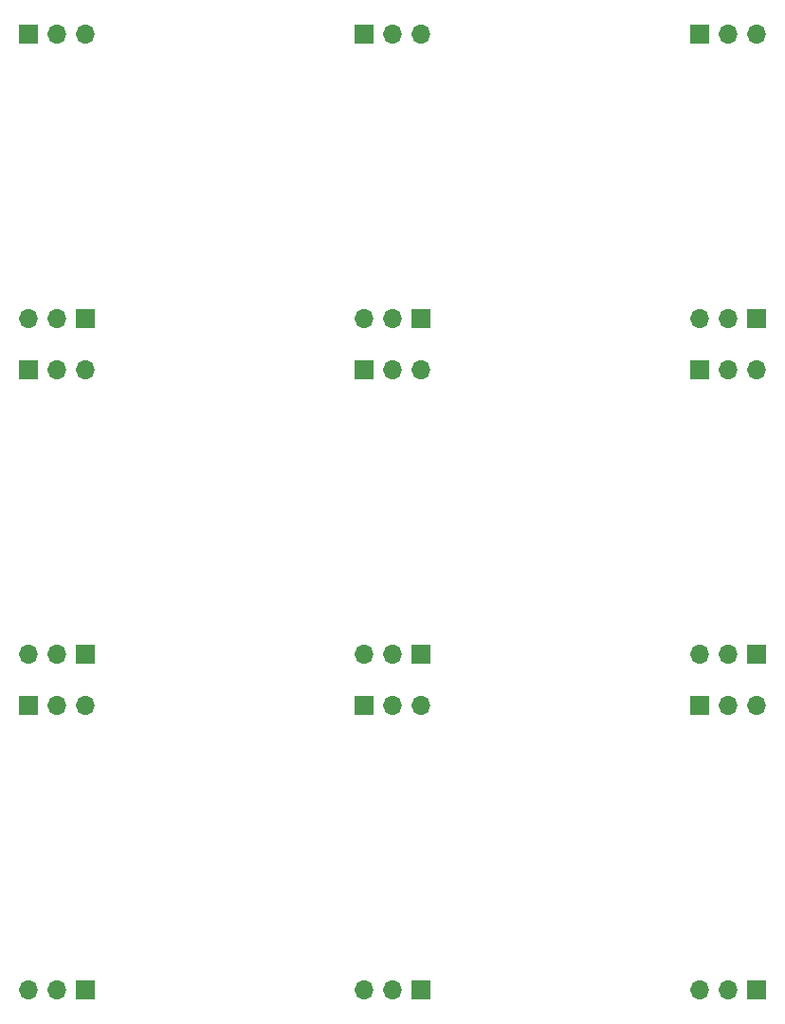
<source format=gbr>
G04 #@! TF.GenerationSoftware,KiCad,Pcbnew,8.0.3*
G04 #@! TF.CreationDate,2024-06-06T13:15:09+09:00*
G04 #@! TF.ProjectId,analog_switch_tester,616e616c-6f67-45f7-9377-697463685f74,1*
G04 #@! TF.SameCoordinates,Original*
G04 #@! TF.FileFunction,Copper,L2,Bot*
G04 #@! TF.FilePolarity,Positive*
%FSLAX46Y46*%
G04 Gerber Fmt 4.6, Leading zero omitted, Abs format (unit mm)*
G04 Created by KiCad (PCBNEW 8.0.3) date 2024-06-06 13:15:09*
%MOMM*%
%LPD*%
G01*
G04 APERTURE LIST*
G04 #@! TA.AperFunction,ComponentPad*
%ADD10O,1.700000X1.700000*%
G04 #@! TD*
G04 #@! TA.AperFunction,ComponentPad*
%ADD11R,1.700000X1.700000*%
G04 #@! TD*
G04 APERTURE END LIST*
D10*
G04 #@! TO.P,J9,3,Pin_3*
G04 #@! TO.N,GNDA*
X93274000Y-106603500D03*
G04 #@! TO.P,J9,2,Pin_2*
G04 #@! TO.N,V_AREF*
X95814000Y-106603500D03*
D11*
G04 #@! TO.P,J9,1,Pin_1*
G04 #@! TO.N,OUT*
X98354000Y-106603500D03*
G04 #@! TD*
D10*
G04 #@! TO.P,Mount9,3,Pin_3*
G04 #@! TO.N,unconnected-(Mount1-Pin_3-Pad3)*
X98354000Y-81203500D03*
G04 #@! TO.P,Mount9,2,Pin_2*
G04 #@! TO.N,unconnected-(Mount1-Pin_2-Pad2)*
X95814000Y-81203500D03*
D11*
G04 #@! TO.P,Mount9,1,Pin_1*
G04 #@! TO.N,unconnected-(Mount1-Pin_1-Pad1)*
X93274000Y-81203500D03*
G04 #@! TD*
D10*
G04 #@! TO.P,J8,3,Pin_3*
G04 #@! TO.N,GNDA*
X63274000Y-106603500D03*
G04 #@! TO.P,J8,2,Pin_2*
G04 #@! TO.N,V_AREF*
X65814000Y-106603500D03*
D11*
G04 #@! TO.P,J8,1,Pin_1*
G04 #@! TO.N,OUT*
X68354000Y-106603500D03*
G04 #@! TD*
D10*
G04 #@! TO.P,Mount8,3,Pin_3*
G04 #@! TO.N,unconnected-(Mount1-Pin_3-Pad3)*
X68354000Y-81203500D03*
G04 #@! TO.P,Mount8,2,Pin_2*
G04 #@! TO.N,unconnected-(Mount1-Pin_2-Pad2)*
X65814000Y-81203500D03*
D11*
G04 #@! TO.P,Mount8,1,Pin_1*
G04 #@! TO.N,unconnected-(Mount1-Pin_1-Pad1)*
X63274000Y-81203500D03*
G04 #@! TD*
D10*
G04 #@! TO.P,J7,3,Pin_3*
G04 #@! TO.N,GNDA*
X33274000Y-106603500D03*
G04 #@! TO.P,J7,2,Pin_2*
G04 #@! TO.N,V_AREF*
X35814000Y-106603500D03*
D11*
G04 #@! TO.P,J7,1,Pin_1*
G04 #@! TO.N,OUT*
X38354000Y-106603500D03*
G04 #@! TD*
D10*
G04 #@! TO.P,Mount7,3,Pin_3*
G04 #@! TO.N,unconnected-(Mount1-Pin_3-Pad3)*
X38354000Y-81203500D03*
G04 #@! TO.P,Mount7,2,Pin_2*
G04 #@! TO.N,unconnected-(Mount1-Pin_2-Pad2)*
X35814000Y-81203500D03*
D11*
G04 #@! TO.P,Mount7,1,Pin_1*
G04 #@! TO.N,unconnected-(Mount1-Pin_1-Pad1)*
X33274000Y-81203500D03*
G04 #@! TD*
D10*
G04 #@! TO.P,J6,3,Pin_3*
G04 #@! TO.N,GNDA*
X93274000Y-76603500D03*
G04 #@! TO.P,J6,2,Pin_2*
G04 #@! TO.N,V_AREF*
X95814000Y-76603500D03*
D11*
G04 #@! TO.P,J6,1,Pin_1*
G04 #@! TO.N,OUT*
X98354000Y-76603500D03*
G04 #@! TD*
D10*
G04 #@! TO.P,Mount6,3,Pin_3*
G04 #@! TO.N,unconnected-(Mount1-Pin_3-Pad3)*
X98354000Y-51203500D03*
G04 #@! TO.P,Mount6,2,Pin_2*
G04 #@! TO.N,unconnected-(Mount1-Pin_2-Pad2)*
X95814000Y-51203500D03*
D11*
G04 #@! TO.P,Mount6,1,Pin_1*
G04 #@! TO.N,unconnected-(Mount1-Pin_1-Pad1)*
X93274000Y-51203500D03*
G04 #@! TD*
D10*
G04 #@! TO.P,J5,3,Pin_3*
G04 #@! TO.N,GNDA*
X63274000Y-76603500D03*
G04 #@! TO.P,J5,2,Pin_2*
G04 #@! TO.N,V_AREF*
X65814000Y-76603500D03*
D11*
G04 #@! TO.P,J5,1,Pin_1*
G04 #@! TO.N,OUT*
X68354000Y-76603500D03*
G04 #@! TD*
D10*
G04 #@! TO.P,Mount5,3,Pin_3*
G04 #@! TO.N,unconnected-(Mount1-Pin_3-Pad3)*
X68354000Y-51203500D03*
G04 #@! TO.P,Mount5,2,Pin_2*
G04 #@! TO.N,unconnected-(Mount1-Pin_2-Pad2)*
X65814000Y-51203500D03*
D11*
G04 #@! TO.P,Mount5,1,Pin_1*
G04 #@! TO.N,unconnected-(Mount1-Pin_1-Pad1)*
X63274000Y-51203500D03*
G04 #@! TD*
D10*
G04 #@! TO.P,J4,3,Pin_3*
G04 #@! TO.N,GNDA*
X33274000Y-76603500D03*
G04 #@! TO.P,J4,2,Pin_2*
G04 #@! TO.N,V_AREF*
X35814000Y-76603500D03*
D11*
G04 #@! TO.P,J4,1,Pin_1*
G04 #@! TO.N,OUT*
X38354000Y-76603500D03*
G04 #@! TD*
D10*
G04 #@! TO.P,Mount4,3,Pin_3*
G04 #@! TO.N,unconnected-(Mount1-Pin_3-Pad3)*
X38354000Y-51203500D03*
G04 #@! TO.P,Mount4,2,Pin_2*
G04 #@! TO.N,unconnected-(Mount1-Pin_2-Pad2)*
X35814000Y-51203500D03*
D11*
G04 #@! TO.P,Mount4,1,Pin_1*
G04 #@! TO.N,unconnected-(Mount1-Pin_1-Pad1)*
X33274000Y-51203500D03*
G04 #@! TD*
D10*
G04 #@! TO.P,J3,3,Pin_3*
G04 #@! TO.N,GNDA*
X93274000Y-46603500D03*
G04 #@! TO.P,J3,2,Pin_2*
G04 #@! TO.N,V_AREF*
X95814000Y-46603500D03*
D11*
G04 #@! TO.P,J3,1,Pin_1*
G04 #@! TO.N,OUT*
X98354000Y-46603500D03*
G04 #@! TD*
D10*
G04 #@! TO.P,Mount3,3,Pin_3*
G04 #@! TO.N,unconnected-(Mount1-Pin_3-Pad3)*
X98354000Y-21203500D03*
G04 #@! TO.P,Mount3,2,Pin_2*
G04 #@! TO.N,unconnected-(Mount1-Pin_2-Pad2)*
X95814000Y-21203500D03*
D11*
G04 #@! TO.P,Mount3,1,Pin_1*
G04 #@! TO.N,unconnected-(Mount1-Pin_1-Pad1)*
X93274000Y-21203500D03*
G04 #@! TD*
D10*
G04 #@! TO.P,J2,3,Pin_3*
G04 #@! TO.N,GNDA*
X63274000Y-46603500D03*
G04 #@! TO.P,J2,2,Pin_2*
G04 #@! TO.N,V_AREF*
X65814000Y-46603500D03*
D11*
G04 #@! TO.P,J2,1,Pin_1*
G04 #@! TO.N,OUT*
X68354000Y-46603500D03*
G04 #@! TD*
D10*
G04 #@! TO.P,Mount2,3,Pin_3*
G04 #@! TO.N,unconnected-(Mount1-Pin_3-Pad3)*
X68354000Y-21203500D03*
G04 #@! TO.P,Mount2,2,Pin_2*
G04 #@! TO.N,unconnected-(Mount1-Pin_2-Pad2)*
X65814000Y-21203500D03*
D11*
G04 #@! TO.P,Mount2,1,Pin_1*
G04 #@! TO.N,unconnected-(Mount1-Pin_1-Pad1)*
X63274000Y-21203500D03*
G04 #@! TD*
D10*
G04 #@! TO.P,Mount1,3,Pin_3*
G04 #@! TO.N,unconnected-(Mount1-Pin_3-Pad3)*
X38354000Y-21203500D03*
G04 #@! TO.P,Mount1,2,Pin_2*
G04 #@! TO.N,unconnected-(Mount1-Pin_2-Pad2)*
X35814000Y-21203500D03*
D11*
G04 #@! TO.P,Mount1,1,Pin_1*
G04 #@! TO.N,unconnected-(Mount1-Pin_1-Pad1)*
X33274000Y-21203500D03*
G04 #@! TD*
D10*
G04 #@! TO.P,J1,3,Pin_3*
G04 #@! TO.N,GNDA*
X33274000Y-46603500D03*
G04 #@! TO.P,J1,2,Pin_2*
G04 #@! TO.N,V_AREF*
X35814000Y-46603500D03*
D11*
G04 #@! TO.P,J1,1,Pin_1*
G04 #@! TO.N,OUT*
X38354000Y-46603500D03*
G04 #@! TD*
M02*

</source>
